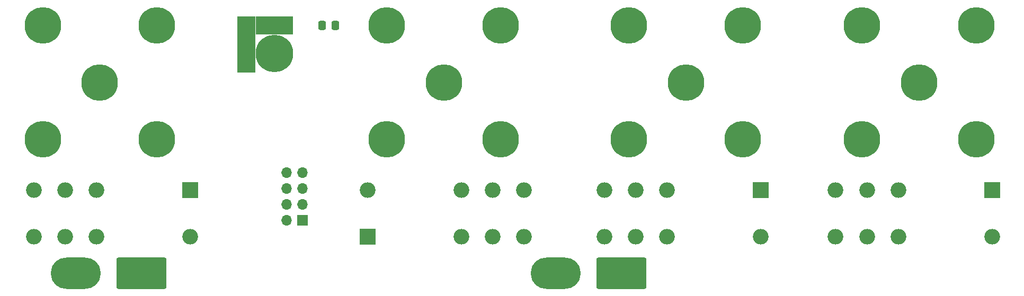
<source format=gts>
G04 #@! TF.GenerationSoftware,KiCad,Pcbnew,7.0.9-7.0.9~ubuntu20.04.1*
G04 #@! TF.CreationDate,2023-12-17T17:55:53+01:00*
G04 #@! TF.ProjectId,PL_switch,504c5f73-7769-4746-9368-2e6b69636164,1.0*
G04 #@! TF.SameCoordinates,Original*
G04 #@! TF.FileFunction,Soldermask,Top*
G04 #@! TF.FilePolarity,Negative*
%FSLAX46Y46*%
G04 Gerber Fmt 4.6, Leading zero omitted, Abs format (unit mm)*
G04 Created by KiCad (PCBNEW 7.0.9-7.0.9~ubuntu20.04.1) date 2023-12-17 17:55:53*
%MOMM*%
%LPD*%
G01*
G04 APERTURE LIST*
G04 Aperture macros list*
%AMRoundRect*
0 Rectangle with rounded corners*
0 $1 Rounding radius*
0 $2 $3 $4 $5 $6 $7 $8 $9 X,Y pos of 4 corners*
0 Add a 4 corners polygon primitive as box body*
4,1,4,$2,$3,$4,$5,$6,$7,$8,$9,$2,$3,0*
0 Add four circle primitives for the rounded corners*
1,1,$1+$1,$2,$3*
1,1,$1+$1,$4,$5*
1,1,$1+$1,$6,$7*
1,1,$1+$1,$8,$9*
0 Add four rect primitives between the rounded corners*
20,1,$1+$1,$2,$3,$4,$5,0*
20,1,$1+$1,$4,$5,$6,$7,0*
20,1,$1+$1,$6,$7,$8,$9,0*
20,1,$1+$1,$8,$9,$2,$3,0*%
G04 Aperture macros list end*
%ADD10R,2.500000X2.500000*%
%ADD11O,2.500000X2.500000*%
%ADD12RoundRect,0.250000X-0.337500X-0.475000X0.337500X-0.475000X0.337500X0.475000X-0.337500X0.475000X0*%
%ADD13C,5.842000*%
%ADD14R,1.700000X1.700000*%
%ADD15O,1.700000X1.700000*%
%ADD16C,6.000000*%
%ADD17R,3.000000X9.000000*%
%ADD18R,6.000000X3.000000*%
%ADD19RoundRect,2.500000X-1.500000X0.000000X1.500000X0.000000X1.500000X0.000000X-1.500000X0.000000X0*%
%ADD20RoundRect,0.250000X-3.750000X-2.250000X3.750000X-2.250000X3.750000X2.250000X-3.750000X2.250000X0*%
G04 APERTURE END LIST*
D10*
X215646000Y-106294500D03*
D11*
X200646000Y-106294500D03*
X195646000Y-106294500D03*
X190646000Y-106294500D03*
X190646000Y-113794500D03*
X195646000Y-113794500D03*
X200646000Y-113794500D03*
X215646000Y-113794500D03*
D12*
X108585000Y-80010000D03*
X110660000Y-80010000D03*
D13*
X204000000Y-89100000D03*
X194881400Y-98218600D03*
X194881400Y-79981400D03*
X213118600Y-79981400D03*
X213118600Y-98218600D03*
D14*
X105410000Y-111125000D03*
D15*
X102870000Y-111125000D03*
X105410000Y-108585000D03*
X102870000Y-108585000D03*
X105410000Y-106045000D03*
X102870000Y-106045000D03*
X105410000Y-103505000D03*
X102870000Y-103505000D03*
D16*
X100965000Y-84510000D03*
D17*
X96465000Y-83010000D03*
D18*
X100965000Y-80010000D03*
D19*
X69215000Y-119634000D03*
D20*
X79715000Y-119634000D03*
D13*
X128016000Y-89100000D03*
X118897400Y-98218600D03*
X137134600Y-98218600D03*
X118897400Y-79981400D03*
X137134600Y-79981400D03*
X73025000Y-89100000D03*
X82143600Y-79981400D03*
X63906400Y-98218600D03*
X63906400Y-79981400D03*
X82143600Y-98218600D03*
X166700000Y-89100000D03*
X157581400Y-98218600D03*
X175818600Y-98218600D03*
X175818600Y-79981400D03*
X157581400Y-79981400D03*
D10*
X178689000Y-106294500D03*
D11*
X163689000Y-106294500D03*
X158689000Y-106294500D03*
X153689000Y-106294500D03*
X153689000Y-113794500D03*
X158689000Y-113794500D03*
X163689000Y-113794500D03*
X178689000Y-113794500D03*
D10*
X115824000Y-113792000D03*
D11*
X130824000Y-113792000D03*
X135824000Y-113792000D03*
X140824000Y-113792000D03*
X140824000Y-106292000D03*
X135824000Y-106292000D03*
X130824000Y-106292000D03*
X115824000Y-106292000D03*
D19*
X145915000Y-119634000D03*
D20*
X156415000Y-119634000D03*
D10*
X87475500Y-106294500D03*
D11*
X72475500Y-106294500D03*
X67475500Y-106294500D03*
X62475500Y-106294500D03*
X62475500Y-113794500D03*
X67475500Y-113794500D03*
X72475500Y-113794500D03*
X87475500Y-113794500D03*
M02*

</source>
